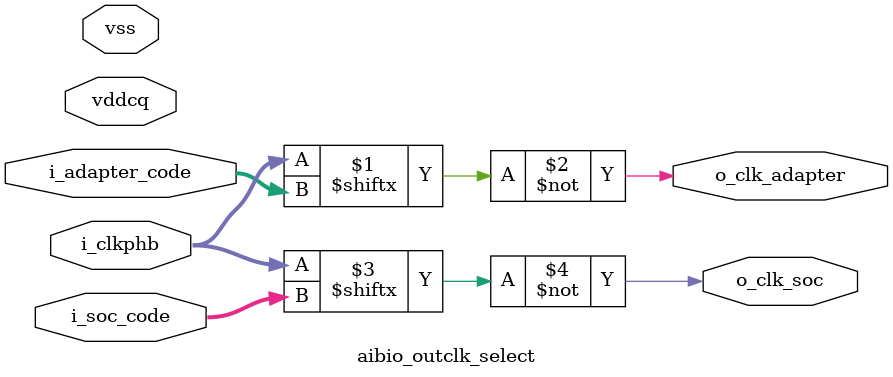
<source format=sv>
`timescale 1ps/1fs

module aibio_outclk_select
		(
		//--------Supply pins----------//
		input vddcq,
		input vss,
		//--------Input pins-----------//
		input [15:0]i_clkphb,
		input [3:0]i_adapter_code,
		input [3:0]i_soc_code,
		//--------Output pins---------//
		output o_clk_adapter,
		output o_clk_soc
		);



assign o_clk_adapter = ~ i_clkphb[i_adapter_code];
assign o_clk_soc = ~ i_clkphb[i_soc_code];

endmodule


</source>
